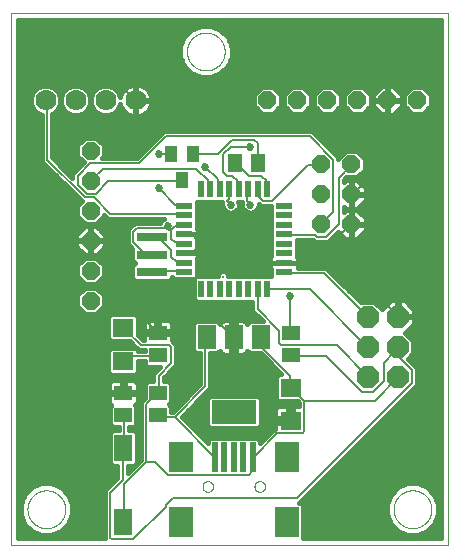
<source format=gtl>
G75*
%MOIN*%
%OFA0B0*%
%FSLAX25Y25*%
%IPPOS*%
%LPD*%
%AMOC8*
5,1,8,0,0,1.08239X$1,22.5*
%
%ADD10C,0.00000*%
%ADD11R,0.05906X0.05118*%
%ADD12R,0.07087X0.06299*%
%ADD13R,0.05900X0.07900*%
%ADD14R,0.15000X0.07900*%
%ADD15R,0.07098X0.06299*%
%ADD16R,0.10236X0.03150*%
%ADD17R,0.05118X0.05906*%
%ADD18R,0.06299X0.09055*%
%ADD19R,0.03937X0.05512*%
%ADD20R,0.05800X0.02000*%
%ADD21R,0.02000X0.05800*%
%ADD22R,0.01969X0.09843*%
%ADD23R,0.07874X0.09843*%
%ADD24OC8,0.06000*%
%ADD25C,0.07000*%
%ADD26OC8,0.07400*%
%ADD27C,0.00600*%
%ADD28C,0.02700*%
%ADD29C,0.01600*%
D10*
X0001800Y0005219D02*
X0001800Y0182384D01*
X0147469Y0182384D01*
X0147469Y0005219D01*
X0001800Y0005219D01*
X0007312Y0017030D02*
X0007314Y0017188D01*
X0007320Y0017346D01*
X0007330Y0017504D01*
X0007344Y0017662D01*
X0007362Y0017819D01*
X0007383Y0017976D01*
X0007409Y0018132D01*
X0007439Y0018288D01*
X0007472Y0018443D01*
X0007510Y0018596D01*
X0007551Y0018749D01*
X0007596Y0018901D01*
X0007645Y0019052D01*
X0007698Y0019201D01*
X0007754Y0019349D01*
X0007814Y0019495D01*
X0007878Y0019640D01*
X0007946Y0019783D01*
X0008017Y0019925D01*
X0008091Y0020065D01*
X0008169Y0020202D01*
X0008251Y0020338D01*
X0008335Y0020472D01*
X0008424Y0020603D01*
X0008515Y0020732D01*
X0008610Y0020859D01*
X0008707Y0020984D01*
X0008808Y0021106D01*
X0008912Y0021225D01*
X0009019Y0021342D01*
X0009129Y0021456D01*
X0009242Y0021567D01*
X0009357Y0021676D01*
X0009475Y0021781D01*
X0009596Y0021883D01*
X0009719Y0021983D01*
X0009845Y0022079D01*
X0009973Y0022172D01*
X0010103Y0022262D01*
X0010236Y0022348D01*
X0010371Y0022432D01*
X0010507Y0022511D01*
X0010646Y0022588D01*
X0010787Y0022660D01*
X0010929Y0022730D01*
X0011073Y0022795D01*
X0011219Y0022857D01*
X0011366Y0022915D01*
X0011515Y0022970D01*
X0011665Y0023021D01*
X0011816Y0023068D01*
X0011968Y0023111D01*
X0012121Y0023150D01*
X0012276Y0023186D01*
X0012431Y0023217D01*
X0012587Y0023245D01*
X0012743Y0023269D01*
X0012900Y0023289D01*
X0013058Y0023305D01*
X0013215Y0023317D01*
X0013374Y0023325D01*
X0013532Y0023329D01*
X0013690Y0023329D01*
X0013848Y0023325D01*
X0014007Y0023317D01*
X0014164Y0023305D01*
X0014322Y0023289D01*
X0014479Y0023269D01*
X0014635Y0023245D01*
X0014791Y0023217D01*
X0014946Y0023186D01*
X0015101Y0023150D01*
X0015254Y0023111D01*
X0015406Y0023068D01*
X0015557Y0023021D01*
X0015707Y0022970D01*
X0015856Y0022915D01*
X0016003Y0022857D01*
X0016149Y0022795D01*
X0016293Y0022730D01*
X0016435Y0022660D01*
X0016576Y0022588D01*
X0016715Y0022511D01*
X0016851Y0022432D01*
X0016986Y0022348D01*
X0017119Y0022262D01*
X0017249Y0022172D01*
X0017377Y0022079D01*
X0017503Y0021983D01*
X0017626Y0021883D01*
X0017747Y0021781D01*
X0017865Y0021676D01*
X0017980Y0021567D01*
X0018093Y0021456D01*
X0018203Y0021342D01*
X0018310Y0021225D01*
X0018414Y0021106D01*
X0018515Y0020984D01*
X0018612Y0020859D01*
X0018707Y0020732D01*
X0018798Y0020603D01*
X0018887Y0020472D01*
X0018971Y0020338D01*
X0019053Y0020202D01*
X0019131Y0020065D01*
X0019205Y0019925D01*
X0019276Y0019783D01*
X0019344Y0019640D01*
X0019408Y0019495D01*
X0019468Y0019349D01*
X0019524Y0019201D01*
X0019577Y0019052D01*
X0019626Y0018901D01*
X0019671Y0018749D01*
X0019712Y0018596D01*
X0019750Y0018443D01*
X0019783Y0018288D01*
X0019813Y0018132D01*
X0019839Y0017976D01*
X0019860Y0017819D01*
X0019878Y0017662D01*
X0019892Y0017504D01*
X0019902Y0017346D01*
X0019908Y0017188D01*
X0019910Y0017030D01*
X0019908Y0016872D01*
X0019902Y0016714D01*
X0019892Y0016556D01*
X0019878Y0016398D01*
X0019860Y0016241D01*
X0019839Y0016084D01*
X0019813Y0015928D01*
X0019783Y0015772D01*
X0019750Y0015617D01*
X0019712Y0015464D01*
X0019671Y0015311D01*
X0019626Y0015159D01*
X0019577Y0015008D01*
X0019524Y0014859D01*
X0019468Y0014711D01*
X0019408Y0014565D01*
X0019344Y0014420D01*
X0019276Y0014277D01*
X0019205Y0014135D01*
X0019131Y0013995D01*
X0019053Y0013858D01*
X0018971Y0013722D01*
X0018887Y0013588D01*
X0018798Y0013457D01*
X0018707Y0013328D01*
X0018612Y0013201D01*
X0018515Y0013076D01*
X0018414Y0012954D01*
X0018310Y0012835D01*
X0018203Y0012718D01*
X0018093Y0012604D01*
X0017980Y0012493D01*
X0017865Y0012384D01*
X0017747Y0012279D01*
X0017626Y0012177D01*
X0017503Y0012077D01*
X0017377Y0011981D01*
X0017249Y0011888D01*
X0017119Y0011798D01*
X0016986Y0011712D01*
X0016851Y0011628D01*
X0016715Y0011549D01*
X0016576Y0011472D01*
X0016435Y0011400D01*
X0016293Y0011330D01*
X0016149Y0011265D01*
X0016003Y0011203D01*
X0015856Y0011145D01*
X0015707Y0011090D01*
X0015557Y0011039D01*
X0015406Y0010992D01*
X0015254Y0010949D01*
X0015101Y0010910D01*
X0014946Y0010874D01*
X0014791Y0010843D01*
X0014635Y0010815D01*
X0014479Y0010791D01*
X0014322Y0010771D01*
X0014164Y0010755D01*
X0014007Y0010743D01*
X0013848Y0010735D01*
X0013690Y0010731D01*
X0013532Y0010731D01*
X0013374Y0010735D01*
X0013215Y0010743D01*
X0013058Y0010755D01*
X0012900Y0010771D01*
X0012743Y0010791D01*
X0012587Y0010815D01*
X0012431Y0010843D01*
X0012276Y0010874D01*
X0012121Y0010910D01*
X0011968Y0010949D01*
X0011816Y0010992D01*
X0011665Y0011039D01*
X0011515Y0011090D01*
X0011366Y0011145D01*
X0011219Y0011203D01*
X0011073Y0011265D01*
X0010929Y0011330D01*
X0010787Y0011400D01*
X0010646Y0011472D01*
X0010507Y0011549D01*
X0010371Y0011628D01*
X0010236Y0011712D01*
X0010103Y0011798D01*
X0009973Y0011888D01*
X0009845Y0011981D01*
X0009719Y0012077D01*
X0009596Y0012177D01*
X0009475Y0012279D01*
X0009357Y0012384D01*
X0009242Y0012493D01*
X0009129Y0012604D01*
X0009019Y0012718D01*
X0008912Y0012835D01*
X0008808Y0012954D01*
X0008707Y0013076D01*
X0008610Y0013201D01*
X0008515Y0013328D01*
X0008424Y0013457D01*
X0008335Y0013588D01*
X0008251Y0013722D01*
X0008169Y0013858D01*
X0008091Y0013995D01*
X0008017Y0014135D01*
X0007946Y0014277D01*
X0007878Y0014420D01*
X0007814Y0014565D01*
X0007754Y0014711D01*
X0007698Y0014859D01*
X0007645Y0015008D01*
X0007596Y0015159D01*
X0007551Y0015311D01*
X0007510Y0015464D01*
X0007472Y0015617D01*
X0007439Y0015772D01*
X0007409Y0015928D01*
X0007383Y0016084D01*
X0007362Y0016241D01*
X0007344Y0016398D01*
X0007330Y0016556D01*
X0007320Y0016714D01*
X0007314Y0016872D01*
X0007312Y0017030D01*
X0065658Y0024628D02*
X0065660Y0024712D01*
X0065666Y0024795D01*
X0065676Y0024878D01*
X0065690Y0024961D01*
X0065707Y0025043D01*
X0065729Y0025124D01*
X0065754Y0025203D01*
X0065783Y0025282D01*
X0065816Y0025359D01*
X0065852Y0025434D01*
X0065892Y0025508D01*
X0065935Y0025580D01*
X0065982Y0025649D01*
X0066032Y0025716D01*
X0066085Y0025781D01*
X0066141Y0025843D01*
X0066199Y0025903D01*
X0066261Y0025960D01*
X0066325Y0026013D01*
X0066392Y0026064D01*
X0066461Y0026111D01*
X0066532Y0026156D01*
X0066605Y0026196D01*
X0066680Y0026233D01*
X0066757Y0026267D01*
X0066835Y0026297D01*
X0066914Y0026323D01*
X0066995Y0026346D01*
X0067077Y0026364D01*
X0067159Y0026379D01*
X0067242Y0026390D01*
X0067325Y0026397D01*
X0067409Y0026400D01*
X0067493Y0026399D01*
X0067576Y0026394D01*
X0067660Y0026385D01*
X0067742Y0026372D01*
X0067824Y0026356D01*
X0067905Y0026335D01*
X0067986Y0026311D01*
X0068064Y0026283D01*
X0068142Y0026251D01*
X0068218Y0026215D01*
X0068292Y0026176D01*
X0068364Y0026134D01*
X0068434Y0026088D01*
X0068502Y0026039D01*
X0068567Y0025987D01*
X0068630Y0025932D01*
X0068690Y0025874D01*
X0068748Y0025813D01*
X0068802Y0025749D01*
X0068854Y0025683D01*
X0068902Y0025615D01*
X0068947Y0025544D01*
X0068988Y0025471D01*
X0069027Y0025397D01*
X0069061Y0025321D01*
X0069092Y0025243D01*
X0069119Y0025164D01*
X0069143Y0025083D01*
X0069162Y0025002D01*
X0069178Y0024920D01*
X0069190Y0024837D01*
X0069198Y0024753D01*
X0069202Y0024670D01*
X0069202Y0024586D01*
X0069198Y0024503D01*
X0069190Y0024419D01*
X0069178Y0024336D01*
X0069162Y0024254D01*
X0069143Y0024173D01*
X0069119Y0024092D01*
X0069092Y0024013D01*
X0069061Y0023935D01*
X0069027Y0023859D01*
X0068988Y0023785D01*
X0068947Y0023712D01*
X0068902Y0023641D01*
X0068854Y0023573D01*
X0068802Y0023507D01*
X0068748Y0023443D01*
X0068690Y0023382D01*
X0068630Y0023324D01*
X0068567Y0023269D01*
X0068502Y0023217D01*
X0068434Y0023168D01*
X0068364Y0023122D01*
X0068292Y0023080D01*
X0068218Y0023041D01*
X0068142Y0023005D01*
X0068064Y0022973D01*
X0067986Y0022945D01*
X0067905Y0022921D01*
X0067824Y0022900D01*
X0067742Y0022884D01*
X0067660Y0022871D01*
X0067576Y0022862D01*
X0067493Y0022857D01*
X0067409Y0022856D01*
X0067325Y0022859D01*
X0067242Y0022866D01*
X0067159Y0022877D01*
X0067077Y0022892D01*
X0066995Y0022910D01*
X0066914Y0022933D01*
X0066835Y0022959D01*
X0066757Y0022989D01*
X0066680Y0023023D01*
X0066605Y0023060D01*
X0066532Y0023100D01*
X0066461Y0023145D01*
X0066392Y0023192D01*
X0066325Y0023243D01*
X0066261Y0023296D01*
X0066199Y0023353D01*
X0066141Y0023413D01*
X0066085Y0023475D01*
X0066032Y0023540D01*
X0065982Y0023607D01*
X0065935Y0023676D01*
X0065892Y0023748D01*
X0065852Y0023822D01*
X0065816Y0023897D01*
X0065783Y0023974D01*
X0065754Y0024053D01*
X0065729Y0024132D01*
X0065707Y0024213D01*
X0065690Y0024295D01*
X0065676Y0024378D01*
X0065666Y0024461D01*
X0065660Y0024544D01*
X0065658Y0024628D01*
X0082981Y0024628D02*
X0082983Y0024712D01*
X0082989Y0024795D01*
X0082999Y0024878D01*
X0083013Y0024961D01*
X0083030Y0025043D01*
X0083052Y0025124D01*
X0083077Y0025203D01*
X0083106Y0025282D01*
X0083139Y0025359D01*
X0083175Y0025434D01*
X0083215Y0025508D01*
X0083258Y0025580D01*
X0083305Y0025649D01*
X0083355Y0025716D01*
X0083408Y0025781D01*
X0083464Y0025843D01*
X0083522Y0025903D01*
X0083584Y0025960D01*
X0083648Y0026013D01*
X0083715Y0026064D01*
X0083784Y0026111D01*
X0083855Y0026156D01*
X0083928Y0026196D01*
X0084003Y0026233D01*
X0084080Y0026267D01*
X0084158Y0026297D01*
X0084237Y0026323D01*
X0084318Y0026346D01*
X0084400Y0026364D01*
X0084482Y0026379D01*
X0084565Y0026390D01*
X0084648Y0026397D01*
X0084732Y0026400D01*
X0084816Y0026399D01*
X0084899Y0026394D01*
X0084983Y0026385D01*
X0085065Y0026372D01*
X0085147Y0026356D01*
X0085228Y0026335D01*
X0085309Y0026311D01*
X0085387Y0026283D01*
X0085465Y0026251D01*
X0085541Y0026215D01*
X0085615Y0026176D01*
X0085687Y0026134D01*
X0085757Y0026088D01*
X0085825Y0026039D01*
X0085890Y0025987D01*
X0085953Y0025932D01*
X0086013Y0025874D01*
X0086071Y0025813D01*
X0086125Y0025749D01*
X0086177Y0025683D01*
X0086225Y0025615D01*
X0086270Y0025544D01*
X0086311Y0025471D01*
X0086350Y0025397D01*
X0086384Y0025321D01*
X0086415Y0025243D01*
X0086442Y0025164D01*
X0086466Y0025083D01*
X0086485Y0025002D01*
X0086501Y0024920D01*
X0086513Y0024837D01*
X0086521Y0024753D01*
X0086525Y0024670D01*
X0086525Y0024586D01*
X0086521Y0024503D01*
X0086513Y0024419D01*
X0086501Y0024336D01*
X0086485Y0024254D01*
X0086466Y0024173D01*
X0086442Y0024092D01*
X0086415Y0024013D01*
X0086384Y0023935D01*
X0086350Y0023859D01*
X0086311Y0023785D01*
X0086270Y0023712D01*
X0086225Y0023641D01*
X0086177Y0023573D01*
X0086125Y0023507D01*
X0086071Y0023443D01*
X0086013Y0023382D01*
X0085953Y0023324D01*
X0085890Y0023269D01*
X0085825Y0023217D01*
X0085757Y0023168D01*
X0085687Y0023122D01*
X0085615Y0023080D01*
X0085541Y0023041D01*
X0085465Y0023005D01*
X0085387Y0022973D01*
X0085309Y0022945D01*
X0085228Y0022921D01*
X0085147Y0022900D01*
X0085065Y0022884D01*
X0084983Y0022871D01*
X0084899Y0022862D01*
X0084816Y0022857D01*
X0084732Y0022856D01*
X0084648Y0022859D01*
X0084565Y0022866D01*
X0084482Y0022877D01*
X0084400Y0022892D01*
X0084318Y0022910D01*
X0084237Y0022933D01*
X0084158Y0022959D01*
X0084080Y0022989D01*
X0084003Y0023023D01*
X0083928Y0023060D01*
X0083855Y0023100D01*
X0083784Y0023145D01*
X0083715Y0023192D01*
X0083648Y0023243D01*
X0083584Y0023296D01*
X0083522Y0023353D01*
X0083464Y0023413D01*
X0083408Y0023475D01*
X0083355Y0023540D01*
X0083305Y0023607D01*
X0083258Y0023676D01*
X0083215Y0023748D01*
X0083175Y0023822D01*
X0083139Y0023897D01*
X0083106Y0023974D01*
X0083077Y0024053D01*
X0083052Y0024132D01*
X0083030Y0024213D01*
X0083013Y0024295D01*
X0082999Y0024378D01*
X0082989Y0024461D01*
X0082983Y0024544D01*
X0082981Y0024628D01*
X0129359Y0017030D02*
X0129361Y0017188D01*
X0129367Y0017346D01*
X0129377Y0017504D01*
X0129391Y0017662D01*
X0129409Y0017819D01*
X0129430Y0017976D01*
X0129456Y0018132D01*
X0129486Y0018288D01*
X0129519Y0018443D01*
X0129557Y0018596D01*
X0129598Y0018749D01*
X0129643Y0018901D01*
X0129692Y0019052D01*
X0129745Y0019201D01*
X0129801Y0019349D01*
X0129861Y0019495D01*
X0129925Y0019640D01*
X0129993Y0019783D01*
X0130064Y0019925D01*
X0130138Y0020065D01*
X0130216Y0020202D01*
X0130298Y0020338D01*
X0130382Y0020472D01*
X0130471Y0020603D01*
X0130562Y0020732D01*
X0130657Y0020859D01*
X0130754Y0020984D01*
X0130855Y0021106D01*
X0130959Y0021225D01*
X0131066Y0021342D01*
X0131176Y0021456D01*
X0131289Y0021567D01*
X0131404Y0021676D01*
X0131522Y0021781D01*
X0131643Y0021883D01*
X0131766Y0021983D01*
X0131892Y0022079D01*
X0132020Y0022172D01*
X0132150Y0022262D01*
X0132283Y0022348D01*
X0132418Y0022432D01*
X0132554Y0022511D01*
X0132693Y0022588D01*
X0132834Y0022660D01*
X0132976Y0022730D01*
X0133120Y0022795D01*
X0133266Y0022857D01*
X0133413Y0022915D01*
X0133562Y0022970D01*
X0133712Y0023021D01*
X0133863Y0023068D01*
X0134015Y0023111D01*
X0134168Y0023150D01*
X0134323Y0023186D01*
X0134478Y0023217D01*
X0134634Y0023245D01*
X0134790Y0023269D01*
X0134947Y0023289D01*
X0135105Y0023305D01*
X0135262Y0023317D01*
X0135421Y0023325D01*
X0135579Y0023329D01*
X0135737Y0023329D01*
X0135895Y0023325D01*
X0136054Y0023317D01*
X0136211Y0023305D01*
X0136369Y0023289D01*
X0136526Y0023269D01*
X0136682Y0023245D01*
X0136838Y0023217D01*
X0136993Y0023186D01*
X0137148Y0023150D01*
X0137301Y0023111D01*
X0137453Y0023068D01*
X0137604Y0023021D01*
X0137754Y0022970D01*
X0137903Y0022915D01*
X0138050Y0022857D01*
X0138196Y0022795D01*
X0138340Y0022730D01*
X0138482Y0022660D01*
X0138623Y0022588D01*
X0138762Y0022511D01*
X0138898Y0022432D01*
X0139033Y0022348D01*
X0139166Y0022262D01*
X0139296Y0022172D01*
X0139424Y0022079D01*
X0139550Y0021983D01*
X0139673Y0021883D01*
X0139794Y0021781D01*
X0139912Y0021676D01*
X0140027Y0021567D01*
X0140140Y0021456D01*
X0140250Y0021342D01*
X0140357Y0021225D01*
X0140461Y0021106D01*
X0140562Y0020984D01*
X0140659Y0020859D01*
X0140754Y0020732D01*
X0140845Y0020603D01*
X0140934Y0020472D01*
X0141018Y0020338D01*
X0141100Y0020202D01*
X0141178Y0020065D01*
X0141252Y0019925D01*
X0141323Y0019783D01*
X0141391Y0019640D01*
X0141455Y0019495D01*
X0141515Y0019349D01*
X0141571Y0019201D01*
X0141624Y0019052D01*
X0141673Y0018901D01*
X0141718Y0018749D01*
X0141759Y0018596D01*
X0141797Y0018443D01*
X0141830Y0018288D01*
X0141860Y0018132D01*
X0141886Y0017976D01*
X0141907Y0017819D01*
X0141925Y0017662D01*
X0141939Y0017504D01*
X0141949Y0017346D01*
X0141955Y0017188D01*
X0141957Y0017030D01*
X0141955Y0016872D01*
X0141949Y0016714D01*
X0141939Y0016556D01*
X0141925Y0016398D01*
X0141907Y0016241D01*
X0141886Y0016084D01*
X0141860Y0015928D01*
X0141830Y0015772D01*
X0141797Y0015617D01*
X0141759Y0015464D01*
X0141718Y0015311D01*
X0141673Y0015159D01*
X0141624Y0015008D01*
X0141571Y0014859D01*
X0141515Y0014711D01*
X0141455Y0014565D01*
X0141391Y0014420D01*
X0141323Y0014277D01*
X0141252Y0014135D01*
X0141178Y0013995D01*
X0141100Y0013858D01*
X0141018Y0013722D01*
X0140934Y0013588D01*
X0140845Y0013457D01*
X0140754Y0013328D01*
X0140659Y0013201D01*
X0140562Y0013076D01*
X0140461Y0012954D01*
X0140357Y0012835D01*
X0140250Y0012718D01*
X0140140Y0012604D01*
X0140027Y0012493D01*
X0139912Y0012384D01*
X0139794Y0012279D01*
X0139673Y0012177D01*
X0139550Y0012077D01*
X0139424Y0011981D01*
X0139296Y0011888D01*
X0139166Y0011798D01*
X0139033Y0011712D01*
X0138898Y0011628D01*
X0138762Y0011549D01*
X0138623Y0011472D01*
X0138482Y0011400D01*
X0138340Y0011330D01*
X0138196Y0011265D01*
X0138050Y0011203D01*
X0137903Y0011145D01*
X0137754Y0011090D01*
X0137604Y0011039D01*
X0137453Y0010992D01*
X0137301Y0010949D01*
X0137148Y0010910D01*
X0136993Y0010874D01*
X0136838Y0010843D01*
X0136682Y0010815D01*
X0136526Y0010791D01*
X0136369Y0010771D01*
X0136211Y0010755D01*
X0136054Y0010743D01*
X0135895Y0010735D01*
X0135737Y0010731D01*
X0135579Y0010731D01*
X0135421Y0010735D01*
X0135262Y0010743D01*
X0135105Y0010755D01*
X0134947Y0010771D01*
X0134790Y0010791D01*
X0134634Y0010815D01*
X0134478Y0010843D01*
X0134323Y0010874D01*
X0134168Y0010910D01*
X0134015Y0010949D01*
X0133863Y0010992D01*
X0133712Y0011039D01*
X0133562Y0011090D01*
X0133413Y0011145D01*
X0133266Y0011203D01*
X0133120Y0011265D01*
X0132976Y0011330D01*
X0132834Y0011400D01*
X0132693Y0011472D01*
X0132554Y0011549D01*
X0132418Y0011628D01*
X0132283Y0011712D01*
X0132150Y0011798D01*
X0132020Y0011888D01*
X0131892Y0011981D01*
X0131766Y0012077D01*
X0131643Y0012177D01*
X0131522Y0012279D01*
X0131404Y0012384D01*
X0131289Y0012493D01*
X0131176Y0012604D01*
X0131066Y0012718D01*
X0130959Y0012835D01*
X0130855Y0012954D01*
X0130754Y0013076D01*
X0130657Y0013201D01*
X0130562Y0013328D01*
X0130471Y0013457D01*
X0130382Y0013588D01*
X0130298Y0013722D01*
X0130216Y0013858D01*
X0130138Y0013995D01*
X0130064Y0014135D01*
X0129993Y0014277D01*
X0129925Y0014420D01*
X0129861Y0014565D01*
X0129801Y0014711D01*
X0129745Y0014859D01*
X0129692Y0015008D01*
X0129643Y0015159D01*
X0129598Y0015311D01*
X0129557Y0015464D01*
X0129519Y0015617D01*
X0129486Y0015772D01*
X0129456Y0015928D01*
X0129430Y0016084D01*
X0129409Y0016241D01*
X0129391Y0016398D01*
X0129377Y0016556D01*
X0129367Y0016714D01*
X0129361Y0016872D01*
X0129359Y0017030D01*
X0060462Y0169589D02*
X0060464Y0169747D01*
X0060470Y0169905D01*
X0060480Y0170063D01*
X0060494Y0170221D01*
X0060512Y0170378D01*
X0060533Y0170535D01*
X0060559Y0170691D01*
X0060589Y0170847D01*
X0060622Y0171002D01*
X0060660Y0171155D01*
X0060701Y0171308D01*
X0060746Y0171460D01*
X0060795Y0171611D01*
X0060848Y0171760D01*
X0060904Y0171908D01*
X0060964Y0172054D01*
X0061028Y0172199D01*
X0061096Y0172342D01*
X0061167Y0172484D01*
X0061241Y0172624D01*
X0061319Y0172761D01*
X0061401Y0172897D01*
X0061485Y0173031D01*
X0061574Y0173162D01*
X0061665Y0173291D01*
X0061760Y0173418D01*
X0061857Y0173543D01*
X0061958Y0173665D01*
X0062062Y0173784D01*
X0062169Y0173901D01*
X0062279Y0174015D01*
X0062392Y0174126D01*
X0062507Y0174235D01*
X0062625Y0174340D01*
X0062746Y0174442D01*
X0062869Y0174542D01*
X0062995Y0174638D01*
X0063123Y0174731D01*
X0063253Y0174821D01*
X0063386Y0174907D01*
X0063521Y0174991D01*
X0063657Y0175070D01*
X0063796Y0175147D01*
X0063937Y0175219D01*
X0064079Y0175289D01*
X0064223Y0175354D01*
X0064369Y0175416D01*
X0064516Y0175474D01*
X0064665Y0175529D01*
X0064815Y0175580D01*
X0064966Y0175627D01*
X0065118Y0175670D01*
X0065271Y0175709D01*
X0065426Y0175745D01*
X0065581Y0175776D01*
X0065737Y0175804D01*
X0065893Y0175828D01*
X0066050Y0175848D01*
X0066208Y0175864D01*
X0066365Y0175876D01*
X0066524Y0175884D01*
X0066682Y0175888D01*
X0066840Y0175888D01*
X0066998Y0175884D01*
X0067157Y0175876D01*
X0067314Y0175864D01*
X0067472Y0175848D01*
X0067629Y0175828D01*
X0067785Y0175804D01*
X0067941Y0175776D01*
X0068096Y0175745D01*
X0068251Y0175709D01*
X0068404Y0175670D01*
X0068556Y0175627D01*
X0068707Y0175580D01*
X0068857Y0175529D01*
X0069006Y0175474D01*
X0069153Y0175416D01*
X0069299Y0175354D01*
X0069443Y0175289D01*
X0069585Y0175219D01*
X0069726Y0175147D01*
X0069865Y0175070D01*
X0070001Y0174991D01*
X0070136Y0174907D01*
X0070269Y0174821D01*
X0070399Y0174731D01*
X0070527Y0174638D01*
X0070653Y0174542D01*
X0070776Y0174442D01*
X0070897Y0174340D01*
X0071015Y0174235D01*
X0071130Y0174126D01*
X0071243Y0174015D01*
X0071353Y0173901D01*
X0071460Y0173784D01*
X0071564Y0173665D01*
X0071665Y0173543D01*
X0071762Y0173418D01*
X0071857Y0173291D01*
X0071948Y0173162D01*
X0072037Y0173031D01*
X0072121Y0172897D01*
X0072203Y0172761D01*
X0072281Y0172624D01*
X0072355Y0172484D01*
X0072426Y0172342D01*
X0072494Y0172199D01*
X0072558Y0172054D01*
X0072618Y0171908D01*
X0072674Y0171760D01*
X0072727Y0171611D01*
X0072776Y0171460D01*
X0072821Y0171308D01*
X0072862Y0171155D01*
X0072900Y0171002D01*
X0072933Y0170847D01*
X0072963Y0170691D01*
X0072989Y0170535D01*
X0073010Y0170378D01*
X0073028Y0170221D01*
X0073042Y0170063D01*
X0073052Y0169905D01*
X0073058Y0169747D01*
X0073060Y0169589D01*
X0073058Y0169431D01*
X0073052Y0169273D01*
X0073042Y0169115D01*
X0073028Y0168957D01*
X0073010Y0168800D01*
X0072989Y0168643D01*
X0072963Y0168487D01*
X0072933Y0168331D01*
X0072900Y0168176D01*
X0072862Y0168023D01*
X0072821Y0167870D01*
X0072776Y0167718D01*
X0072727Y0167567D01*
X0072674Y0167418D01*
X0072618Y0167270D01*
X0072558Y0167124D01*
X0072494Y0166979D01*
X0072426Y0166836D01*
X0072355Y0166694D01*
X0072281Y0166554D01*
X0072203Y0166417D01*
X0072121Y0166281D01*
X0072037Y0166147D01*
X0071948Y0166016D01*
X0071857Y0165887D01*
X0071762Y0165760D01*
X0071665Y0165635D01*
X0071564Y0165513D01*
X0071460Y0165394D01*
X0071353Y0165277D01*
X0071243Y0165163D01*
X0071130Y0165052D01*
X0071015Y0164943D01*
X0070897Y0164838D01*
X0070776Y0164736D01*
X0070653Y0164636D01*
X0070527Y0164540D01*
X0070399Y0164447D01*
X0070269Y0164357D01*
X0070136Y0164271D01*
X0070001Y0164187D01*
X0069865Y0164108D01*
X0069726Y0164031D01*
X0069585Y0163959D01*
X0069443Y0163889D01*
X0069299Y0163824D01*
X0069153Y0163762D01*
X0069006Y0163704D01*
X0068857Y0163649D01*
X0068707Y0163598D01*
X0068556Y0163551D01*
X0068404Y0163508D01*
X0068251Y0163469D01*
X0068096Y0163433D01*
X0067941Y0163402D01*
X0067785Y0163374D01*
X0067629Y0163350D01*
X0067472Y0163330D01*
X0067314Y0163314D01*
X0067157Y0163302D01*
X0066998Y0163294D01*
X0066840Y0163290D01*
X0066682Y0163290D01*
X0066524Y0163294D01*
X0066365Y0163302D01*
X0066208Y0163314D01*
X0066050Y0163330D01*
X0065893Y0163350D01*
X0065737Y0163374D01*
X0065581Y0163402D01*
X0065426Y0163433D01*
X0065271Y0163469D01*
X0065118Y0163508D01*
X0064966Y0163551D01*
X0064815Y0163598D01*
X0064665Y0163649D01*
X0064516Y0163704D01*
X0064369Y0163762D01*
X0064223Y0163824D01*
X0064079Y0163889D01*
X0063937Y0163959D01*
X0063796Y0164031D01*
X0063657Y0164108D01*
X0063521Y0164187D01*
X0063386Y0164271D01*
X0063253Y0164357D01*
X0063123Y0164447D01*
X0062995Y0164540D01*
X0062869Y0164636D01*
X0062746Y0164736D01*
X0062625Y0164838D01*
X0062507Y0164943D01*
X0062392Y0165052D01*
X0062279Y0165163D01*
X0062169Y0165277D01*
X0062062Y0165394D01*
X0061958Y0165513D01*
X0061857Y0165635D01*
X0061760Y0165760D01*
X0061665Y0165887D01*
X0061574Y0166016D01*
X0061485Y0166147D01*
X0061401Y0166281D01*
X0061319Y0166417D01*
X0061241Y0166554D01*
X0061167Y0166694D01*
X0061096Y0166836D01*
X0061028Y0166979D01*
X0060964Y0167124D01*
X0060904Y0167270D01*
X0060848Y0167418D01*
X0060795Y0167567D01*
X0060746Y0167718D01*
X0060701Y0167870D01*
X0060660Y0168023D01*
X0060622Y0168176D01*
X0060589Y0168331D01*
X0060559Y0168487D01*
X0060533Y0168643D01*
X0060512Y0168800D01*
X0060494Y0168957D01*
X0060480Y0169115D01*
X0060470Y0169273D01*
X0060464Y0169431D01*
X0060462Y0169589D01*
D11*
X0050776Y0075809D03*
X0050776Y0068329D03*
X0050776Y0055770D03*
X0050776Y0048290D03*
X0039241Y0048290D03*
X0039241Y0055770D03*
X0095068Y0068329D03*
X0095068Y0075809D03*
D12*
X0095068Y0057542D03*
X0095068Y0046518D03*
D13*
X0084991Y0074312D03*
X0075991Y0074312D03*
X0066991Y0074312D03*
D14*
X0076091Y0049512D03*
D15*
X0039241Y0066392D03*
X0039241Y0077589D03*
D16*
X0048808Y0096006D03*
X0048808Y0101912D03*
X0048808Y0107817D03*
D17*
X0076564Y0132542D03*
X0084044Y0132542D03*
D18*
X0039241Y0037463D03*
X0039241Y0012660D03*
D19*
X0058769Y0126676D03*
X0062509Y0135337D03*
X0055028Y0135337D03*
D20*
X0059391Y0118148D03*
X0059391Y0115048D03*
X0059391Y0111848D03*
X0059391Y0108748D03*
X0059391Y0105548D03*
X0059391Y0102448D03*
X0059391Y0099248D03*
X0059391Y0096148D03*
X0092791Y0096148D03*
X0092791Y0099248D03*
X0092791Y0102448D03*
X0092791Y0105548D03*
X0092791Y0108748D03*
X0092791Y0111848D03*
X0092791Y0115048D03*
X0092791Y0118148D03*
D21*
X0087091Y0123848D03*
X0083991Y0123848D03*
X0080791Y0123848D03*
X0077691Y0123848D03*
X0074491Y0123848D03*
X0071391Y0123848D03*
X0068191Y0123848D03*
X0065091Y0123848D03*
X0065091Y0090448D03*
X0068191Y0090448D03*
X0071391Y0090448D03*
X0074491Y0090448D03*
X0077691Y0090448D03*
X0080791Y0090448D03*
X0083991Y0090448D03*
X0087091Y0090448D03*
D22*
X0082391Y0034471D03*
X0079241Y0034471D03*
X0076091Y0034471D03*
X0072942Y0034471D03*
X0069792Y0034471D03*
D23*
X0058375Y0034471D03*
X0058375Y0012817D03*
X0093808Y0012817D03*
X0093808Y0034471D03*
D24*
X0105265Y0112030D03*
X0105265Y0122030D03*
X0105265Y0132030D03*
X0115265Y0132030D03*
X0115265Y0122030D03*
X0115265Y0112030D03*
X0117312Y0153290D03*
X0127312Y0153290D03*
X0137312Y0153290D03*
X0107312Y0153290D03*
X0097312Y0153290D03*
X0087312Y0153290D03*
X0028375Y0136518D03*
X0028375Y0126518D03*
X0028375Y0116518D03*
X0028375Y0106518D03*
X0028375Y0096518D03*
X0028375Y0086518D03*
D25*
X0033375Y0153290D03*
X0043375Y0153290D03*
X0023375Y0153290D03*
X0013375Y0153290D03*
D26*
X0120816Y0081164D03*
X0120816Y0071164D03*
X0120816Y0061164D03*
X0130816Y0061164D03*
X0130816Y0071164D03*
X0130816Y0081164D03*
D27*
X0130800Y0081419D01*
X0108000Y0104219D01*
X0107400Y0104219D01*
X0102600Y0099419D01*
X0093000Y0099419D01*
X0092791Y0099248D01*
X0092791Y0096148D02*
X0093000Y0095819D01*
X0106200Y0095819D01*
X0120600Y0081419D01*
X0120816Y0081164D01*
X0120600Y0071219D02*
X0120816Y0071164D01*
X0120600Y0071219D02*
X0101400Y0090419D01*
X0087600Y0090419D01*
X0087091Y0090448D01*
X0084000Y0090419D02*
X0083991Y0090448D01*
X0084000Y0090419D02*
X0084000Y0083819D01*
X0091200Y0076619D01*
X0091200Y0072419D01*
X0091800Y0071819D01*
X0110400Y0071819D01*
X0120600Y0061619D01*
X0120816Y0061164D01*
X0122400Y0056219D02*
X0118800Y0056219D01*
X0106800Y0068219D01*
X0095400Y0068219D01*
X0095068Y0068329D01*
X0094800Y0061619D02*
X0085200Y0071219D01*
X0085200Y0074219D01*
X0084991Y0074312D01*
X0076200Y0074219D02*
X0076200Y0068219D01*
X0094800Y0049619D01*
X0094800Y0046619D01*
X0095068Y0046518D01*
X0099000Y0042419D02*
X0090600Y0042419D01*
X0082800Y0034619D01*
X0082391Y0034471D01*
X0082200Y0034019D01*
X0082200Y0029819D01*
X0081000Y0028619D01*
X0054000Y0028619D01*
X0049800Y0032819D01*
X0046800Y0032819D01*
X0046800Y0052019D01*
X0050400Y0055619D01*
X0050776Y0055770D01*
X0051000Y0056219D01*
X0051000Y0061619D01*
X0055200Y0065819D01*
X0055200Y0071219D01*
X0054600Y0071819D01*
X0045000Y0071819D01*
X0039600Y0077219D01*
X0039241Y0077589D01*
X0035400Y0082019D02*
X0035400Y0095219D01*
X0028800Y0101819D01*
X0028800Y0106019D01*
X0028375Y0106518D01*
X0028200Y0106619D01*
X0028200Y0110819D01*
X0008400Y0130619D01*
X0008400Y0154619D01*
X0012000Y0158219D01*
X0038400Y0158219D01*
X0043200Y0153419D01*
X0043375Y0153290D01*
X0043800Y0152819D01*
X0082200Y0152819D01*
X0085800Y0149219D01*
X0127200Y0149219D01*
X0127200Y0152819D01*
X0127312Y0153290D01*
X0127200Y0149219D02*
X0127200Y0133619D01*
X0115800Y0122219D01*
X0115265Y0122030D01*
X0115800Y0121619D01*
X0115800Y0112619D01*
X0115265Y0112030D01*
X0115200Y0112019D01*
X0107400Y0104219D01*
X0106800Y0107819D02*
X0103800Y0107819D01*
X0103200Y0108419D01*
X0093000Y0108419D01*
X0092791Y0108748D01*
X0088800Y0119819D02*
X0085800Y0119819D01*
X0084000Y0121619D01*
X0084000Y0123419D01*
X0083991Y0123848D01*
X0087000Y0124019D02*
X0087091Y0123848D01*
X0087000Y0124019D02*
X0087000Y0126419D01*
X0085200Y0128219D01*
X0081000Y0128219D01*
X0076800Y0132419D01*
X0076564Y0132542D01*
X0075600Y0128219D02*
X0073800Y0128219D01*
X0072600Y0129419D01*
X0072600Y0135419D01*
X0075000Y0137819D01*
X0081600Y0137819D01*
X0084000Y0139019D02*
X0082800Y0140219D01*
X0075600Y0140219D01*
X0070800Y0135419D01*
X0063000Y0135419D01*
X0062509Y0135337D01*
X0063600Y0130619D02*
X0032400Y0130619D01*
X0028800Y0127019D01*
X0028375Y0126518D01*
X0027000Y0122219D02*
X0024000Y0125219D01*
X0024000Y0128219D01*
X0028200Y0132419D01*
X0044400Y0132419D01*
X0053400Y0141419D01*
X0101400Y0141419D01*
X0109200Y0133619D01*
X0109200Y0116219D01*
X0105600Y0112619D01*
X0105265Y0112030D01*
X0106800Y0107819D02*
X0111000Y0112019D01*
X0111000Y0127619D01*
X0115200Y0131819D01*
X0115265Y0132030D01*
X0105265Y0132030D02*
X0105000Y0131819D01*
X0100800Y0131819D01*
X0088800Y0119819D01*
X0081600Y0118619D02*
X0080400Y0119819D01*
X0080400Y0123419D01*
X0080791Y0123848D01*
X0077691Y0123848D02*
X0077400Y0124019D01*
X0077400Y0126419D01*
X0075600Y0128219D01*
X0074491Y0123848D02*
X0074400Y0123419D01*
X0074400Y0120419D01*
X0073800Y0119819D01*
X0075000Y0118619D01*
X0071391Y0123848D02*
X0070800Y0124019D01*
X0070800Y0127019D01*
X0066600Y0131219D01*
X0063600Y0130619D02*
X0067800Y0126419D01*
X0067800Y0124019D01*
X0068191Y0123848D01*
X0058769Y0126676D02*
X0058200Y0126419D01*
X0034200Y0126419D01*
X0030000Y0122219D01*
X0027000Y0122219D01*
X0026400Y0121019D02*
X0013800Y0133619D01*
X0013800Y0152819D01*
X0013375Y0153290D01*
X0026400Y0121019D02*
X0029400Y0121019D01*
X0034800Y0115619D01*
X0058800Y0115619D01*
X0059391Y0115048D01*
X0059391Y0118148D02*
X0058800Y0118619D01*
X0056400Y0118619D01*
X0051000Y0124019D01*
X0051000Y0135419D02*
X0054600Y0135419D01*
X0055028Y0135337D01*
X0059391Y0111848D02*
X0058800Y0111419D01*
X0056400Y0111419D01*
X0055200Y0110219D01*
X0054600Y0110219D01*
X0054000Y0110819D01*
X0054000Y0111419D01*
X0054000Y0110819D02*
X0043800Y0110819D01*
X0042600Y0109619D01*
X0042600Y0106019D01*
X0046200Y0102419D01*
X0048600Y0102419D01*
X0048808Y0101912D01*
X0049200Y0107219D02*
X0048808Y0107817D01*
X0049200Y0107219D02*
X0051600Y0107219D01*
X0055200Y0103619D01*
X0055200Y0101219D01*
X0057000Y0099419D01*
X0058800Y0099419D01*
X0059391Y0099248D01*
X0058800Y0096419D02*
X0059391Y0096148D01*
X0058800Y0096419D02*
X0049200Y0096419D01*
X0048808Y0096006D01*
X0056400Y0106019D02*
X0055200Y0107219D01*
X0055200Y0110219D01*
X0056400Y0106019D02*
X0058800Y0106019D01*
X0059391Y0105548D01*
X0059400Y0108419D02*
X0059391Y0108748D01*
X0059400Y0108419D02*
X0062400Y0108419D01*
X0063600Y0107219D01*
X0063600Y0104219D01*
X0063000Y0103619D01*
X0065400Y0101219D01*
X0065400Y0096419D01*
X0059400Y0090419D01*
X0063600Y0086219D01*
X0064200Y0086219D01*
X0075600Y0074819D01*
X0075991Y0074312D01*
X0076200Y0074219D01*
X0066991Y0074312D02*
X0066600Y0074219D01*
X0066600Y0058019D01*
X0056400Y0047819D01*
X0069600Y0034619D01*
X0069792Y0034471D01*
X0056400Y0047819D02*
X0051000Y0047819D01*
X0050776Y0048290D01*
X0039600Y0047819D02*
X0039600Y0037619D01*
X0039241Y0037463D01*
X0039000Y0037019D01*
X0039000Y0026819D01*
X0034800Y0022619D01*
X0034800Y0007619D01*
X0035400Y0007019D01*
X0042600Y0007019D01*
X0053400Y0017819D01*
X0053400Y0018419D01*
X0055800Y0020819D01*
X0097200Y0020819D01*
X0135600Y0059219D01*
X0135600Y0063419D01*
X0129600Y0069419D01*
X0130816Y0071164D01*
X0130800Y0070619D01*
X0129600Y0069419D01*
X0126000Y0065819D01*
X0126000Y0059819D01*
X0122400Y0056219D01*
X0123000Y0053219D02*
X0130800Y0061019D01*
X0130816Y0061164D01*
X0123000Y0053219D02*
X0099600Y0053219D01*
X0095400Y0057419D01*
X0095068Y0057542D01*
X0094800Y0058019D01*
X0094800Y0061619D01*
X0099600Y0053219D02*
X0099600Y0043019D01*
X0099000Y0042419D01*
X0095068Y0075809D02*
X0094800Y0076019D01*
X0094800Y0088019D01*
X0072600Y0094619D02*
X0072600Y0094748D01*
X0063000Y0103619D02*
X0062400Y0103019D01*
X0059400Y0103019D01*
X0059391Y0102448D01*
X0059400Y0090419D02*
X0048000Y0079019D01*
X0047400Y0079019D01*
X0044400Y0082019D01*
X0035400Y0082019D01*
X0034200Y0080819D01*
X0034200Y0063419D01*
X0039000Y0058619D01*
X0039000Y0056219D01*
X0039241Y0055770D01*
X0039241Y0048290D02*
X0039600Y0047819D01*
X0046800Y0032819D02*
X0039600Y0025619D01*
X0039600Y0013019D01*
X0039241Y0012660D01*
X0039241Y0066392D02*
X0039600Y0066419D01*
X0041400Y0068219D01*
X0050400Y0068219D01*
X0050776Y0068329D01*
X0050776Y0075809D02*
X0050400Y0076019D01*
X0047400Y0079019D01*
X0084044Y0132542D02*
X0084000Y0133019D01*
X0084000Y0139019D01*
D28*
X0081600Y0137819D03*
X0066600Y0131219D03*
X0075000Y0118619D03*
X0081600Y0118619D03*
X0094800Y0088019D03*
X0054000Y0111419D03*
X0051000Y0124019D03*
X0051000Y0135419D03*
D29*
X0049071Y0139494D02*
X0031622Y0139494D01*
X0032775Y0138341D02*
X0030197Y0140918D01*
X0026552Y0140918D01*
X0023975Y0138341D01*
X0023975Y0134696D01*
X0026024Y0132647D01*
X0022300Y0128923D01*
X0022300Y0127523D01*
X0015500Y0134323D01*
X0015500Y0148866D01*
X0016150Y0149136D01*
X0017529Y0150514D01*
X0018275Y0152315D01*
X0018275Y0154264D01*
X0017529Y0156065D01*
X0016150Y0157444D01*
X0014349Y0158190D01*
X0012400Y0158190D01*
X0010599Y0157444D01*
X0009221Y0156065D01*
X0008475Y0154264D01*
X0008475Y0152315D01*
X0009221Y0150514D01*
X0010599Y0149136D01*
X0012100Y0148514D01*
X0012100Y0132915D01*
X0013096Y0131919D01*
X0025324Y0119690D01*
X0023975Y0118341D01*
X0023975Y0114696D01*
X0026552Y0112118D01*
X0030197Y0112118D01*
X0032775Y0114696D01*
X0032775Y0115240D01*
X0034096Y0113919D01*
X0052849Y0113919D01*
X0052442Y0113750D01*
X0051669Y0112977D01*
X0051479Y0112519D01*
X0043096Y0112519D01*
X0041896Y0111319D01*
X0040900Y0110323D01*
X0040900Y0105315D01*
X0042290Y0103925D01*
X0042290Y0099757D01*
X0043088Y0098959D01*
X0042290Y0098161D01*
X0042290Y0093852D01*
X0043110Y0093031D01*
X0054506Y0093031D01*
X0055326Y0093852D01*
X0055326Y0094334D01*
X0055911Y0093748D01*
X0062691Y0093748D01*
X0062691Y0086968D01*
X0063511Y0086148D01*
X0069771Y0086148D01*
X0069791Y0086168D01*
X0069811Y0086148D01*
X0076071Y0086148D01*
X0076091Y0086168D01*
X0076111Y0086148D01*
X0082300Y0086148D01*
X0082300Y0083115D01*
X0085753Y0079662D01*
X0081461Y0079662D01*
X0080648Y0078848D01*
X0080619Y0078957D01*
X0080382Y0079367D01*
X0080047Y0079702D01*
X0079636Y0079939D01*
X0079178Y0080062D01*
X0076666Y0080062D01*
X0076666Y0074987D01*
X0075316Y0074987D01*
X0075316Y0080062D01*
X0072804Y0080062D01*
X0072347Y0079939D01*
X0071936Y0079702D01*
X0071601Y0079367D01*
X0071364Y0078957D01*
X0071335Y0078848D01*
X0070521Y0079662D01*
X0063461Y0079662D01*
X0062641Y0078842D01*
X0062641Y0069782D01*
X0063461Y0068962D01*
X0064900Y0068962D01*
X0064900Y0058723D01*
X0055696Y0049519D01*
X0055129Y0049519D01*
X0055129Y0051429D01*
X0054528Y0052030D01*
X0055129Y0052631D01*
X0055129Y0058909D01*
X0054309Y0059729D01*
X0052700Y0059729D01*
X0052700Y0060915D01*
X0055904Y0064119D01*
X0056900Y0065115D01*
X0056900Y0071923D01*
X0056300Y0072523D01*
X0055529Y0073294D01*
X0055529Y0075330D01*
X0051256Y0075330D01*
X0051256Y0076289D01*
X0055529Y0076289D01*
X0055529Y0078605D01*
X0055406Y0079063D01*
X0055169Y0079474D01*
X0054834Y0079809D01*
X0054424Y0080046D01*
X0053966Y0080168D01*
X0051256Y0080168D01*
X0051256Y0076289D01*
X0050297Y0076289D01*
X0050297Y0080168D01*
X0047587Y0080168D01*
X0047129Y0080046D01*
X0046718Y0079809D01*
X0046383Y0079474D01*
X0046146Y0079063D01*
X0046024Y0078605D01*
X0046024Y0076289D01*
X0050297Y0076289D01*
X0050297Y0075330D01*
X0046024Y0075330D01*
X0046024Y0073519D01*
X0045704Y0073519D01*
X0044190Y0075033D01*
X0044190Y0081318D01*
X0043370Y0082139D01*
X0035112Y0082139D01*
X0034292Y0081318D01*
X0034292Y0073859D01*
X0035112Y0073039D01*
X0041375Y0073039D01*
X0043300Y0071115D01*
X0043300Y0071115D01*
X0044296Y0070119D01*
X0046424Y0070119D01*
X0046424Y0069919D01*
X0044190Y0069919D01*
X0044190Y0070122D01*
X0043370Y0070942D01*
X0035112Y0070942D01*
X0034292Y0070122D01*
X0034292Y0062663D01*
X0035112Y0061843D01*
X0043370Y0061843D01*
X0044190Y0062663D01*
X0044190Y0066519D01*
X0046424Y0066519D01*
X0046424Y0065190D01*
X0047244Y0064370D01*
X0051347Y0064370D01*
X0049300Y0062323D01*
X0049300Y0059729D01*
X0047244Y0059729D01*
X0046424Y0058909D01*
X0046424Y0054047D01*
X0045100Y0052723D01*
X0045100Y0033523D01*
X0040700Y0029123D01*
X0040700Y0031535D01*
X0042970Y0031535D01*
X0043791Y0032356D01*
X0043791Y0042570D01*
X0042970Y0043391D01*
X0041300Y0043391D01*
X0041300Y0044331D01*
X0042774Y0044331D01*
X0043594Y0045151D01*
X0043594Y0051429D01*
X0043269Y0051753D01*
X0043299Y0051771D01*
X0043634Y0052106D01*
X0043871Y0052516D01*
X0043994Y0052974D01*
X0043994Y0055291D01*
X0039721Y0055291D01*
X0039721Y0056250D01*
X0043994Y0056250D01*
X0043994Y0058566D01*
X0043871Y0059024D01*
X0043634Y0059434D01*
X0043299Y0059769D01*
X0042888Y0060006D01*
X0042431Y0060129D01*
X0039720Y0060129D01*
X0039720Y0056250D01*
X0038761Y0056250D01*
X0038761Y0055291D01*
X0034488Y0055291D01*
X0034488Y0052974D01*
X0034611Y0052516D01*
X0034848Y0052106D01*
X0035183Y0051771D01*
X0035213Y0051753D01*
X0034888Y0051429D01*
X0034888Y0045151D01*
X0035708Y0044331D01*
X0037900Y0044331D01*
X0037900Y0043391D01*
X0035511Y0043391D01*
X0034691Y0042570D01*
X0034691Y0032356D01*
X0035511Y0031535D01*
X0037300Y0031535D01*
X0037300Y0027523D01*
X0034096Y0024319D01*
X0033100Y0023323D01*
X0033100Y0007519D01*
X0004100Y0007519D01*
X0004100Y0180084D01*
X0145169Y0180084D01*
X0145169Y0007519D01*
X0099145Y0007519D01*
X0099145Y0018318D01*
X0098325Y0019139D01*
X0097924Y0019139D01*
X0136304Y0057519D01*
X0137300Y0058515D01*
X0137300Y0064123D01*
X0134144Y0067279D01*
X0135916Y0069051D01*
X0135916Y0073276D01*
X0133311Y0075881D01*
X0136316Y0078886D01*
X0136316Y0080964D01*
X0131016Y0080964D01*
X0131016Y0081364D01*
X0136316Y0081364D01*
X0136316Y0083442D01*
X0133094Y0086664D01*
X0131016Y0086664D01*
X0131016Y0081364D01*
X0130616Y0081364D01*
X0130616Y0086664D01*
X0128538Y0086664D01*
X0125533Y0083659D01*
X0122928Y0086264D01*
X0118703Y0086264D01*
X0118431Y0085992D01*
X0106904Y0097519D01*
X0097349Y0097519D01*
X0097369Y0097553D01*
X0097491Y0098011D01*
X0097491Y0099248D01*
X0097491Y0100485D01*
X0097369Y0100943D01*
X0097132Y0101353D01*
X0097091Y0101394D01*
X0097091Y0106719D01*
X0102496Y0106719D01*
X0103096Y0106119D01*
X0107504Y0106119D01*
X0110946Y0109561D01*
X0113276Y0107230D01*
X0115065Y0107230D01*
X0115065Y0111830D01*
X0115465Y0111830D01*
X0115465Y0112230D01*
X0120065Y0112230D01*
X0120065Y0114018D01*
X0117253Y0116830D01*
X0115465Y0116830D01*
X0115465Y0112230D01*
X0115065Y0112230D01*
X0115065Y0116830D01*
X0113276Y0116830D01*
X0112700Y0116254D01*
X0112700Y0117806D01*
X0113276Y0117230D01*
X0115065Y0117230D01*
X0115065Y0121830D01*
X0115465Y0121830D01*
X0115465Y0122230D01*
X0120065Y0122230D01*
X0120065Y0124018D01*
X0117253Y0126830D01*
X0115465Y0126830D01*
X0115465Y0122230D01*
X0115065Y0122230D01*
X0115065Y0126830D01*
X0113276Y0126830D01*
X0112700Y0126254D01*
X0112700Y0126915D01*
X0113429Y0127643D01*
X0113442Y0127630D01*
X0117087Y0127630D01*
X0119665Y0130207D01*
X0119665Y0133852D01*
X0117087Y0136430D01*
X0113442Y0136430D01*
X0110900Y0133888D01*
X0110900Y0134323D01*
X0109904Y0135319D01*
X0102104Y0143119D01*
X0052696Y0143119D01*
X0051700Y0142123D01*
X0043696Y0134119D01*
X0032198Y0134119D01*
X0032775Y0134696D01*
X0032775Y0138341D01*
X0032775Y0137895D02*
X0047472Y0137895D01*
X0045874Y0136297D02*
X0032775Y0136297D01*
X0032775Y0134698D02*
X0044275Y0134698D01*
X0050669Y0141092D02*
X0015500Y0141092D01*
X0015500Y0139494D02*
X0025128Y0139494D01*
X0023975Y0137895D02*
X0015500Y0137895D01*
X0015500Y0136297D02*
X0023975Y0136297D01*
X0023975Y0134698D02*
X0015500Y0134698D01*
X0016723Y0133100D02*
X0025571Y0133100D01*
X0024878Y0131501D02*
X0018322Y0131501D01*
X0019920Y0129903D02*
X0023280Y0129903D01*
X0022300Y0128304D02*
X0021519Y0128304D01*
X0019907Y0125107D02*
X0004100Y0125107D01*
X0004100Y0123509D02*
X0021506Y0123509D01*
X0023105Y0121910D02*
X0004100Y0121910D01*
X0004100Y0120312D02*
X0024703Y0120312D01*
X0024347Y0118713D02*
X0004100Y0118713D01*
X0004100Y0117115D02*
X0023975Y0117115D01*
X0023975Y0115516D02*
X0004100Y0115516D01*
X0004100Y0113918D02*
X0024753Y0113918D01*
X0026351Y0112319D02*
X0004100Y0112319D01*
X0004100Y0110721D02*
X0025789Y0110721D01*
X0026387Y0111318D02*
X0023575Y0108506D01*
X0023575Y0106718D01*
X0028175Y0106718D01*
X0028175Y0111318D01*
X0026387Y0111318D01*
X0028175Y0110721D02*
X0028575Y0110721D01*
X0028575Y0111318D02*
X0030363Y0111318D01*
X0033175Y0108506D01*
X0033175Y0106718D01*
X0028575Y0106718D01*
X0028575Y0106318D01*
X0033175Y0106318D01*
X0033175Y0104530D01*
X0030363Y0101718D01*
X0028575Y0101718D01*
X0028575Y0106318D01*
X0028175Y0106318D01*
X0028175Y0101718D01*
X0026387Y0101718D01*
X0023575Y0104530D01*
X0023575Y0106318D01*
X0028175Y0106318D01*
X0028175Y0106718D01*
X0028575Y0106718D01*
X0028575Y0111318D01*
X0030398Y0112319D02*
X0042896Y0112319D01*
X0041298Y0110721D02*
X0030960Y0110721D01*
X0032559Y0109122D02*
X0040900Y0109122D01*
X0040900Y0107524D02*
X0033175Y0107524D01*
X0033175Y0105925D02*
X0040900Y0105925D01*
X0041888Y0104327D02*
X0032972Y0104327D01*
X0031373Y0102728D02*
X0042290Y0102728D01*
X0042290Y0101130D02*
X0004100Y0101130D01*
X0004100Y0102728D02*
X0025377Y0102728D01*
X0026552Y0100918D02*
X0023975Y0098341D01*
X0023975Y0094696D01*
X0026552Y0092118D01*
X0030197Y0092118D01*
X0032775Y0094696D01*
X0032775Y0098341D01*
X0030197Y0100918D01*
X0026552Y0100918D01*
X0025165Y0099531D02*
X0004100Y0099531D01*
X0004100Y0097933D02*
X0023975Y0097933D01*
X0023975Y0096334D02*
X0004100Y0096334D01*
X0004100Y0094736D02*
X0023975Y0094736D01*
X0025533Y0093137D02*
X0004100Y0093137D01*
X0004100Y0091539D02*
X0062691Y0091539D01*
X0062691Y0093137D02*
X0054611Y0093137D01*
X0062691Y0089940D02*
X0031175Y0089940D01*
X0030197Y0090918D02*
X0026552Y0090918D01*
X0023975Y0088341D01*
X0023975Y0084696D01*
X0026552Y0082118D01*
X0030197Y0082118D01*
X0032775Y0084696D01*
X0032775Y0088341D01*
X0030197Y0090918D01*
X0031216Y0093137D02*
X0043004Y0093137D01*
X0042290Y0094736D02*
X0032775Y0094736D01*
X0032775Y0096334D02*
X0042290Y0096334D01*
X0042290Y0097933D02*
X0032775Y0097933D01*
X0031584Y0099531D02*
X0042516Y0099531D01*
X0032774Y0088341D02*
X0062691Y0088341D01*
X0062916Y0086743D02*
X0032775Y0086743D01*
X0032775Y0085144D02*
X0082300Y0085144D01*
X0082300Y0083546D02*
X0031625Y0083546D01*
X0034921Y0081947D02*
X0004100Y0081947D01*
X0004100Y0080349D02*
X0034292Y0080349D01*
X0034292Y0078750D02*
X0004100Y0078750D01*
X0004100Y0077152D02*
X0034292Y0077152D01*
X0034292Y0075553D02*
X0004100Y0075553D01*
X0004100Y0073955D02*
X0034292Y0073955D01*
X0034928Y0070758D02*
X0004100Y0070758D01*
X0004100Y0072356D02*
X0042058Y0072356D01*
X0043554Y0070758D02*
X0043657Y0070758D01*
X0045268Y0073955D02*
X0046024Y0073955D01*
X0044190Y0075553D02*
X0050297Y0075553D01*
X0051256Y0075553D02*
X0062641Y0075553D01*
X0062641Y0073955D02*
X0055529Y0073955D01*
X0056467Y0072356D02*
X0062641Y0072356D01*
X0062641Y0070758D02*
X0056900Y0070758D01*
X0056900Y0069159D02*
X0063264Y0069159D01*
X0064900Y0067561D02*
X0056900Y0067561D01*
X0056900Y0065962D02*
X0064900Y0065962D01*
X0064900Y0064364D02*
X0056149Y0064364D01*
X0054551Y0062765D02*
X0064900Y0062765D01*
X0064900Y0061167D02*
X0052952Y0061167D01*
X0054470Y0059568D02*
X0064900Y0059568D01*
X0064147Y0057970D02*
X0055129Y0057970D01*
X0055129Y0056371D02*
X0062548Y0056371D01*
X0060950Y0054773D02*
X0055129Y0054773D01*
X0055129Y0053174D02*
X0059351Y0053174D01*
X0057753Y0051576D02*
X0054982Y0051576D01*
X0055129Y0049977D02*
X0056154Y0049977D01*
X0058804Y0047819D02*
X0068300Y0057315D01*
X0068300Y0058723D01*
X0068300Y0068962D01*
X0070521Y0068962D01*
X0071335Y0069776D01*
X0071364Y0069667D01*
X0071601Y0069257D01*
X0071936Y0068921D01*
X0072347Y0068684D01*
X0072804Y0068562D01*
X0075316Y0068562D01*
X0075316Y0073637D01*
X0076666Y0073637D01*
X0076666Y0068562D01*
X0079178Y0068562D01*
X0079636Y0068684D01*
X0080047Y0068921D01*
X0080382Y0069257D01*
X0080619Y0069667D01*
X0080648Y0069776D01*
X0081461Y0068962D01*
X0085053Y0068962D01*
X0091923Y0062091D01*
X0090945Y0062091D01*
X0090124Y0061271D01*
X0090124Y0053812D01*
X0090945Y0052992D01*
X0097423Y0052992D01*
X0097900Y0052515D01*
X0097900Y0051468D01*
X0095843Y0051468D01*
X0095843Y0047293D01*
X0094293Y0047293D01*
X0094293Y0051468D01*
X0091287Y0051468D01*
X0090830Y0051345D01*
X0090419Y0051108D01*
X0090084Y0050773D01*
X0089847Y0050362D01*
X0089724Y0049905D01*
X0089724Y0047293D01*
X0094293Y0047293D01*
X0094293Y0045743D01*
X0089724Y0045743D01*
X0089724Y0043947D01*
X0088900Y0043123D01*
X0084775Y0038998D01*
X0084775Y0039972D01*
X0083955Y0040792D01*
X0080826Y0040792D01*
X0080816Y0040781D01*
X0080805Y0040792D01*
X0077677Y0040792D01*
X0077666Y0040781D01*
X0077655Y0040792D01*
X0074527Y0040792D01*
X0074517Y0040781D01*
X0074506Y0040792D01*
X0071378Y0040792D01*
X0071367Y0040781D01*
X0071356Y0040792D01*
X0068228Y0040792D01*
X0067408Y0039972D01*
X0067408Y0039215D01*
X0058804Y0047819D01*
X0059364Y0048379D02*
X0067191Y0048379D01*
X0067191Y0049977D02*
X0060962Y0049977D01*
X0062561Y0051576D02*
X0067191Y0051576D01*
X0067191Y0053174D02*
X0064159Y0053174D01*
X0065758Y0054773D02*
X0067922Y0054773D01*
X0068011Y0054862D02*
X0067191Y0054042D01*
X0067191Y0044982D01*
X0068011Y0044162D01*
X0084171Y0044162D01*
X0084991Y0044982D01*
X0084991Y0054042D01*
X0084171Y0054862D01*
X0068011Y0054862D01*
X0067357Y0056371D02*
X0090124Y0056371D01*
X0090124Y0054773D02*
X0084260Y0054773D01*
X0084991Y0053174D02*
X0090762Y0053174D01*
X0089744Y0049977D02*
X0084991Y0049977D01*
X0084991Y0048379D02*
X0089724Y0048379D01*
X0089724Y0045182D02*
X0084991Y0045182D01*
X0084991Y0046780D02*
X0094293Y0046780D01*
X0094293Y0048379D02*
X0095843Y0048379D01*
X0095843Y0049977D02*
X0094293Y0049977D01*
X0097900Y0051576D02*
X0084991Y0051576D01*
X0090124Y0057970D02*
X0068300Y0057970D01*
X0068300Y0059568D02*
X0090124Y0059568D01*
X0090124Y0061167D02*
X0068300Y0061167D01*
X0068300Y0062765D02*
X0091249Y0062765D01*
X0089651Y0064364D02*
X0068300Y0064364D01*
X0068300Y0065962D02*
X0088052Y0065962D01*
X0086454Y0067561D02*
X0068300Y0067561D01*
X0070719Y0069159D02*
X0071698Y0069159D01*
X0075316Y0069159D02*
X0076666Y0069159D01*
X0076666Y0070758D02*
X0075316Y0070758D01*
X0075316Y0072356D02*
X0076666Y0072356D01*
X0076666Y0075553D02*
X0075316Y0075553D01*
X0075316Y0077152D02*
X0076666Y0077152D01*
X0076666Y0078750D02*
X0075316Y0078750D01*
X0083467Y0081947D02*
X0043561Y0081947D01*
X0044190Y0080349D02*
X0085066Y0080349D01*
X0081264Y0069159D02*
X0080284Y0069159D01*
X0062641Y0077152D02*
X0055529Y0077152D01*
X0055490Y0078750D02*
X0062641Y0078750D01*
X0051256Y0078750D02*
X0050297Y0078750D01*
X0050297Y0077152D02*
X0051256Y0077152D01*
X0046024Y0077152D02*
X0044190Y0077152D01*
X0044190Y0078750D02*
X0046062Y0078750D01*
X0046424Y0065962D02*
X0044190Y0065962D01*
X0044190Y0064364D02*
X0051341Y0064364D01*
X0049742Y0062765D02*
X0044190Y0062765D01*
X0043500Y0059568D02*
X0047083Y0059568D01*
X0046424Y0057970D02*
X0043994Y0057970D01*
X0043994Y0056371D02*
X0046424Y0056371D01*
X0046424Y0054773D02*
X0043994Y0054773D01*
X0043994Y0053174D02*
X0045551Y0053174D01*
X0045100Y0051576D02*
X0043447Y0051576D01*
X0043594Y0049977D02*
X0045100Y0049977D01*
X0045100Y0048379D02*
X0043594Y0048379D01*
X0043594Y0046780D02*
X0045100Y0046780D01*
X0045100Y0045182D02*
X0043594Y0045182D01*
X0045100Y0043583D02*
X0041300Y0043583D01*
X0043791Y0041985D02*
X0045100Y0041985D01*
X0045100Y0040386D02*
X0043791Y0040386D01*
X0043791Y0038788D02*
X0045100Y0038788D01*
X0045100Y0037189D02*
X0043791Y0037189D01*
X0043791Y0035591D02*
X0045100Y0035591D01*
X0045100Y0033992D02*
X0043791Y0033992D01*
X0043791Y0032394D02*
X0043971Y0032394D01*
X0042372Y0030795D02*
X0040700Y0030795D01*
X0040700Y0029197D02*
X0040774Y0029197D01*
X0037300Y0029197D02*
X0004100Y0029197D01*
X0004100Y0030795D02*
X0037300Y0030795D01*
X0034691Y0032394D02*
X0004100Y0032394D01*
X0004100Y0033992D02*
X0034691Y0033992D01*
X0034691Y0035591D02*
X0004100Y0035591D01*
X0004100Y0037189D02*
X0034691Y0037189D01*
X0034691Y0038788D02*
X0004100Y0038788D01*
X0004100Y0040386D02*
X0034691Y0040386D01*
X0034691Y0041985D02*
X0004100Y0041985D01*
X0004100Y0043583D02*
X0037900Y0043583D01*
X0034888Y0045182D02*
X0004100Y0045182D01*
X0004100Y0046780D02*
X0034888Y0046780D01*
X0034888Y0048379D02*
X0004100Y0048379D01*
X0004100Y0049977D02*
X0034888Y0049977D01*
X0035035Y0051576D02*
X0004100Y0051576D01*
X0004100Y0053174D02*
X0034488Y0053174D01*
X0034488Y0054773D02*
X0004100Y0054773D01*
X0004100Y0056371D02*
X0034488Y0056371D01*
X0034488Y0056250D02*
X0038761Y0056250D01*
X0038761Y0060129D01*
X0036051Y0060129D01*
X0035593Y0060006D01*
X0035183Y0059769D01*
X0034848Y0059434D01*
X0034611Y0059024D01*
X0034488Y0058566D01*
X0034488Y0056250D01*
X0034488Y0057970D02*
X0004100Y0057970D01*
X0004100Y0059568D02*
X0034982Y0059568D01*
X0034292Y0062765D02*
X0004100Y0062765D01*
X0004100Y0061167D02*
X0049300Y0061167D01*
X0039720Y0059568D02*
X0038761Y0059568D01*
X0038761Y0057970D02*
X0039720Y0057970D01*
X0039720Y0056371D02*
X0038761Y0056371D01*
X0034292Y0064364D02*
X0004100Y0064364D01*
X0004100Y0065962D02*
X0034292Y0065962D01*
X0034292Y0067561D02*
X0004100Y0067561D01*
X0004100Y0069159D02*
X0034292Y0069159D01*
X0025124Y0083546D02*
X0004100Y0083546D01*
X0004100Y0085144D02*
X0023975Y0085144D01*
X0023975Y0086743D02*
X0004100Y0086743D01*
X0004100Y0088341D02*
X0023976Y0088341D01*
X0025574Y0089940D02*
X0004100Y0089940D01*
X0004100Y0104327D02*
X0023778Y0104327D01*
X0023575Y0105925D02*
X0004100Y0105925D01*
X0004100Y0107524D02*
X0023575Y0107524D01*
X0024191Y0109122D02*
X0004100Y0109122D01*
X0004100Y0126706D02*
X0018309Y0126706D01*
X0016710Y0128304D02*
X0004100Y0128304D01*
X0004100Y0129903D02*
X0015112Y0129903D01*
X0013513Y0131501D02*
X0004100Y0131501D01*
X0004100Y0133100D02*
X0012100Y0133100D01*
X0012100Y0134698D02*
X0004100Y0134698D01*
X0004100Y0136297D02*
X0012100Y0136297D01*
X0012100Y0137895D02*
X0004100Y0137895D01*
X0004100Y0139494D02*
X0012100Y0139494D01*
X0012100Y0141092D02*
X0004100Y0141092D01*
X0004100Y0142691D02*
X0012100Y0142691D01*
X0012100Y0144289D02*
X0004100Y0144289D01*
X0004100Y0145888D02*
X0012100Y0145888D01*
X0012100Y0147486D02*
X0004100Y0147486D01*
X0004100Y0149085D02*
X0010722Y0149085D01*
X0009151Y0150683D02*
X0004100Y0150683D01*
X0004100Y0152282D02*
X0008489Y0152282D01*
X0008475Y0153880D02*
X0004100Y0153880D01*
X0004100Y0155479D02*
X0008978Y0155479D01*
X0010233Y0157077D02*
X0004100Y0157077D01*
X0004100Y0158676D02*
X0145169Y0158676D01*
X0145169Y0160274D02*
X0004100Y0160274D01*
X0004100Y0161873D02*
X0062918Y0161873D01*
X0061890Y0162299D02*
X0065050Y0160990D01*
X0068471Y0160990D01*
X0071632Y0162299D01*
X0074051Y0164718D01*
X0075360Y0167878D01*
X0075360Y0171299D01*
X0074051Y0174460D01*
X0071632Y0176879D01*
X0068471Y0178188D01*
X0065050Y0178188D01*
X0061890Y0176879D01*
X0059471Y0174460D01*
X0058161Y0171299D01*
X0058161Y0167878D01*
X0059471Y0164718D01*
X0061890Y0162299D01*
X0060717Y0163472D02*
X0004100Y0163472D01*
X0004100Y0165070D02*
X0059325Y0165070D01*
X0058663Y0166669D02*
X0004100Y0166669D01*
X0004100Y0168267D02*
X0058161Y0168267D01*
X0058161Y0169866D02*
X0004100Y0169866D01*
X0004100Y0171464D02*
X0058230Y0171464D01*
X0058892Y0173063D02*
X0004100Y0173063D01*
X0004100Y0174661D02*
X0059672Y0174661D01*
X0061270Y0176260D02*
X0004100Y0176260D01*
X0004100Y0177858D02*
X0064253Y0177858D01*
X0069268Y0177858D02*
X0145169Y0177858D01*
X0145169Y0176260D02*
X0072251Y0176260D01*
X0073850Y0174661D02*
X0145169Y0174661D01*
X0145169Y0173063D02*
X0074630Y0173063D01*
X0075292Y0171464D02*
X0145169Y0171464D01*
X0145169Y0169866D02*
X0075360Y0169866D01*
X0075360Y0168267D02*
X0145169Y0168267D01*
X0145169Y0166669D02*
X0074859Y0166669D01*
X0074197Y0165070D02*
X0145169Y0165070D01*
X0145169Y0163472D02*
X0072804Y0163472D01*
X0070603Y0161873D02*
X0145169Y0161873D01*
X0145169Y0157077D02*
X0139747Y0157077D01*
X0139134Y0157690D02*
X0135489Y0157690D01*
X0132912Y0155112D01*
X0132912Y0151467D01*
X0135489Y0148890D01*
X0139134Y0148890D01*
X0141712Y0151467D01*
X0141712Y0155112D01*
X0139134Y0157690D01*
X0141345Y0155479D02*
X0145169Y0155479D01*
X0145169Y0153880D02*
X0141712Y0153880D01*
X0141712Y0152282D02*
X0145169Y0152282D01*
X0145169Y0150683D02*
X0140928Y0150683D01*
X0139329Y0149085D02*
X0145169Y0149085D01*
X0145169Y0147486D02*
X0015500Y0147486D01*
X0015500Y0145888D02*
X0145169Y0145888D01*
X0145169Y0144289D02*
X0015500Y0144289D01*
X0015500Y0142691D02*
X0052268Y0142691D01*
X0046828Y0149247D02*
X0047417Y0149837D01*
X0047908Y0150512D01*
X0048286Y0151255D01*
X0048544Y0152049D01*
X0048675Y0152873D01*
X0048675Y0153090D01*
X0043575Y0153090D01*
X0043575Y0153490D01*
X0043175Y0153490D01*
X0043175Y0158590D01*
X0042958Y0158590D01*
X0042134Y0158459D01*
X0041340Y0158201D01*
X0040597Y0157823D01*
X0039922Y0157332D01*
X0039332Y0156742D01*
X0038842Y0156068D01*
X0038463Y0155324D01*
X0038205Y0154531D01*
X0038194Y0154459D01*
X0037529Y0156065D01*
X0036150Y0157444D01*
X0034349Y0158190D01*
X0032400Y0158190D01*
X0030599Y0157444D01*
X0029221Y0156065D01*
X0028475Y0154264D01*
X0028475Y0152315D01*
X0029221Y0150514D01*
X0030599Y0149136D01*
X0032400Y0148390D01*
X0034349Y0148390D01*
X0036150Y0149136D01*
X0037529Y0150514D01*
X0038194Y0152120D01*
X0038205Y0152049D01*
X0038463Y0151255D01*
X0038842Y0150512D01*
X0039332Y0149837D01*
X0039922Y0149247D01*
X0040597Y0148757D01*
X0041340Y0148378D01*
X0042134Y0148120D01*
X0042958Y0147990D01*
X0043175Y0147990D01*
X0043175Y0153090D01*
X0043575Y0153090D01*
X0043575Y0147990D01*
X0043792Y0147990D01*
X0044616Y0148120D01*
X0045409Y0148378D01*
X0046153Y0148757D01*
X0046828Y0149247D01*
X0046604Y0149085D02*
X0085294Y0149085D01*
X0085489Y0148890D02*
X0089134Y0148890D01*
X0091712Y0151467D01*
X0091712Y0155112D01*
X0089134Y0157690D01*
X0085489Y0157690D01*
X0082912Y0155112D01*
X0082912Y0151467D01*
X0085489Y0148890D01*
X0083696Y0150683D02*
X0047995Y0150683D01*
X0048581Y0152282D02*
X0082912Y0152282D01*
X0082912Y0153880D02*
X0048647Y0153880D01*
X0048675Y0153707D02*
X0048544Y0154531D01*
X0048286Y0155324D01*
X0047908Y0156068D01*
X0047417Y0156742D01*
X0046828Y0157332D01*
X0046153Y0157823D01*
X0045409Y0158201D01*
X0044616Y0158459D01*
X0043792Y0158590D01*
X0043575Y0158590D01*
X0043575Y0153490D01*
X0048675Y0153490D01*
X0048675Y0153707D01*
X0048208Y0155479D02*
X0083278Y0155479D01*
X0084877Y0157077D02*
X0047082Y0157077D01*
X0043575Y0157077D02*
X0043175Y0157077D01*
X0043175Y0155479D02*
X0043575Y0155479D01*
X0043575Y0153880D02*
X0043175Y0153880D01*
X0043175Y0152282D02*
X0043575Y0152282D01*
X0043575Y0150683D02*
X0043175Y0150683D01*
X0043175Y0149085D02*
X0043575Y0149085D01*
X0040145Y0149085D02*
X0036028Y0149085D01*
X0037599Y0150683D02*
X0038754Y0150683D01*
X0038542Y0155479D02*
X0037772Y0155479D01*
X0036517Y0157077D02*
X0039667Y0157077D01*
X0030233Y0157077D02*
X0026517Y0157077D01*
X0026150Y0157444D02*
X0024349Y0158190D01*
X0022400Y0158190D01*
X0020599Y0157444D01*
X0019221Y0156065D01*
X0018475Y0154264D01*
X0018475Y0152315D01*
X0019221Y0150514D01*
X0020599Y0149136D01*
X0022400Y0148390D01*
X0024349Y0148390D01*
X0026150Y0149136D01*
X0027529Y0150514D01*
X0028275Y0152315D01*
X0028275Y0154264D01*
X0027529Y0156065D01*
X0026150Y0157444D01*
X0027772Y0155479D02*
X0028978Y0155479D01*
X0028475Y0153880D02*
X0028275Y0153880D01*
X0028261Y0152282D02*
X0028489Y0152282D01*
X0029151Y0150683D02*
X0027599Y0150683D01*
X0026028Y0149085D02*
X0030722Y0149085D01*
X0020722Y0149085D02*
X0016028Y0149085D01*
X0017599Y0150683D02*
X0019151Y0150683D01*
X0018489Y0152282D02*
X0018261Y0152282D01*
X0018275Y0153880D02*
X0018475Y0153880D01*
X0018978Y0155479D02*
X0017772Y0155479D01*
X0016517Y0157077D02*
X0020233Y0157077D01*
X0004100Y0179457D02*
X0145169Y0179457D01*
X0134877Y0157077D02*
X0130312Y0157077D01*
X0129300Y0158090D02*
X0132112Y0155278D01*
X0132112Y0153490D01*
X0127512Y0153490D01*
X0127112Y0153490D01*
X0127112Y0158090D01*
X0125324Y0158090D01*
X0122512Y0155278D01*
X0122512Y0153490D01*
X0127112Y0153490D01*
X0127112Y0153090D01*
X0122512Y0153090D01*
X0122512Y0151302D01*
X0125324Y0148490D01*
X0127112Y0148490D01*
X0127112Y0153090D01*
X0127512Y0153090D01*
X0127512Y0153490D01*
X0127512Y0158090D01*
X0129300Y0158090D01*
X0127512Y0157077D02*
X0127112Y0157077D01*
X0127112Y0155479D02*
X0127512Y0155479D01*
X0127512Y0153880D02*
X0127112Y0153880D01*
X0127512Y0153090D02*
X0132112Y0153090D01*
X0132112Y0151302D01*
X0129300Y0148490D01*
X0127512Y0148490D01*
X0127512Y0153090D01*
X0127512Y0152282D02*
X0127112Y0152282D01*
X0127112Y0150683D02*
X0127512Y0150683D01*
X0127512Y0149085D02*
X0127112Y0149085D01*
X0124728Y0149085D02*
X0119329Y0149085D01*
X0119134Y0148890D02*
X0121712Y0151467D01*
X0121712Y0155112D01*
X0119134Y0157690D01*
X0115489Y0157690D01*
X0112912Y0155112D01*
X0112912Y0151467D01*
X0115489Y0148890D01*
X0119134Y0148890D01*
X0120928Y0150683D02*
X0123130Y0150683D01*
X0122512Y0152282D02*
X0121712Y0152282D01*
X0121712Y0153880D02*
X0122512Y0153880D01*
X0122713Y0155479D02*
X0121345Y0155479D01*
X0119747Y0157077D02*
X0124311Y0157077D01*
X0131911Y0155479D02*
X0133278Y0155479D01*
X0132912Y0153880D02*
X0132112Y0153880D01*
X0132112Y0152282D02*
X0132912Y0152282D01*
X0133696Y0150683D02*
X0131494Y0150683D01*
X0129895Y0149085D02*
X0135294Y0149085D01*
X0145169Y0142691D02*
X0102532Y0142691D01*
X0104131Y0141092D02*
X0145169Y0141092D01*
X0145169Y0139494D02*
X0105729Y0139494D01*
X0107328Y0137895D02*
X0145169Y0137895D01*
X0145169Y0136297D02*
X0117220Y0136297D01*
X0118819Y0134698D02*
X0145169Y0134698D01*
X0145169Y0133100D02*
X0119665Y0133100D01*
X0119665Y0131501D02*
X0145169Y0131501D01*
X0145169Y0129903D02*
X0119360Y0129903D01*
X0117761Y0128304D02*
X0145169Y0128304D01*
X0145169Y0126706D02*
X0117377Y0126706D01*
X0115465Y0126706D02*
X0115065Y0126706D01*
X0115065Y0125107D02*
X0115465Y0125107D01*
X0115465Y0123509D02*
X0115065Y0123509D01*
X0115465Y0121910D02*
X0145169Y0121910D01*
X0145169Y0120312D02*
X0120065Y0120312D01*
X0120065Y0120042D02*
X0120065Y0121830D01*
X0115465Y0121830D01*
X0115465Y0117230D01*
X0117253Y0117230D01*
X0120065Y0120042D01*
X0118736Y0118713D02*
X0145169Y0118713D01*
X0145169Y0117115D02*
X0112700Y0117115D01*
X0115065Y0118713D02*
X0115465Y0118713D01*
X0115465Y0120312D02*
X0115065Y0120312D01*
X0118975Y0125107D02*
X0145169Y0125107D01*
X0145169Y0123509D02*
X0120065Y0123509D01*
X0113152Y0126706D02*
X0112700Y0126706D01*
X0111710Y0134698D02*
X0110525Y0134698D01*
X0108926Y0136297D02*
X0113309Y0136297D01*
X0115294Y0149085D02*
X0109329Y0149085D01*
X0109134Y0148890D02*
X0111712Y0151467D01*
X0111712Y0155112D01*
X0109134Y0157690D01*
X0105489Y0157690D01*
X0102912Y0155112D01*
X0102912Y0151467D01*
X0105489Y0148890D01*
X0109134Y0148890D01*
X0110928Y0150683D02*
X0113696Y0150683D01*
X0112912Y0152282D02*
X0111712Y0152282D01*
X0111712Y0153880D02*
X0112912Y0153880D01*
X0113278Y0155479D02*
X0111345Y0155479D01*
X0109747Y0157077D02*
X0114877Y0157077D01*
X0104877Y0157077D02*
X0099747Y0157077D01*
X0099134Y0157690D02*
X0095489Y0157690D01*
X0092912Y0155112D01*
X0092912Y0151467D01*
X0095489Y0148890D01*
X0099134Y0148890D01*
X0101712Y0151467D01*
X0101712Y0155112D01*
X0099134Y0157690D01*
X0101345Y0155479D02*
X0103278Y0155479D01*
X0102912Y0153880D02*
X0101712Y0153880D01*
X0101712Y0152282D02*
X0102912Y0152282D01*
X0103696Y0150683D02*
X0100928Y0150683D01*
X0099329Y0149085D02*
X0105294Y0149085D01*
X0095294Y0149085D02*
X0089329Y0149085D01*
X0090928Y0150683D02*
X0093696Y0150683D01*
X0092912Y0152282D02*
X0091712Y0152282D01*
X0091712Y0153880D02*
X0092912Y0153880D01*
X0093278Y0155479D02*
X0091345Y0155479D01*
X0089747Y0157077D02*
X0094877Y0157077D01*
X0088491Y0118119D02*
X0085096Y0118119D01*
X0084350Y0118865D01*
X0084350Y0118072D01*
X0083931Y0117061D01*
X0083158Y0116288D01*
X0082147Y0115869D01*
X0081053Y0115869D01*
X0080042Y0116288D01*
X0079269Y0117061D01*
X0078850Y0118072D01*
X0078850Y0118965D01*
X0078700Y0119115D01*
X0078700Y0119548D01*
X0077592Y0119548D01*
X0077750Y0119166D01*
X0077750Y0118072D01*
X0077331Y0117061D01*
X0076558Y0116288D01*
X0075547Y0115869D01*
X0074453Y0115869D01*
X0073442Y0116288D01*
X0072669Y0117061D01*
X0072250Y0118072D01*
X0072250Y0118965D01*
X0072100Y0119115D01*
X0072100Y0119548D01*
X0069811Y0119548D01*
X0069791Y0119568D01*
X0069771Y0119548D01*
X0063691Y0119548D01*
X0063691Y0113468D01*
X0063671Y0113448D01*
X0063691Y0113428D01*
X0063691Y0110894D01*
X0063732Y0110853D01*
X0063969Y0110443D01*
X0064091Y0109985D01*
X0064091Y0108748D01*
X0059391Y0108748D01*
X0059391Y0108748D01*
X0064091Y0108748D01*
X0064091Y0107511D01*
X0063969Y0107053D01*
X0063732Y0106643D01*
X0063691Y0106602D01*
X0063691Y0104594D01*
X0063732Y0104553D01*
X0063969Y0104143D01*
X0064091Y0103685D01*
X0064091Y0102448D01*
X0059391Y0102448D01*
X0059391Y0102448D01*
X0064091Y0102448D01*
X0064091Y0101211D01*
X0063969Y0100753D01*
X0063732Y0100343D01*
X0063691Y0100302D01*
X0063691Y0094748D01*
X0069771Y0094748D01*
X0069791Y0094728D01*
X0069811Y0094748D01*
X0070900Y0094748D01*
X0070900Y0095452D01*
X0071896Y0096448D01*
X0073304Y0096448D01*
X0074300Y0095452D01*
X0074300Y0094748D01*
X0076071Y0094748D01*
X0076091Y0094728D01*
X0076111Y0094748D01*
X0082371Y0094748D01*
X0082391Y0094728D01*
X0082411Y0094748D01*
X0088491Y0094748D01*
X0088491Y0097102D01*
X0088451Y0097143D01*
X0088214Y0097553D01*
X0088091Y0098011D01*
X0088091Y0099248D01*
X0092791Y0099248D01*
X0092791Y0099248D01*
X0088091Y0099248D01*
X0088091Y0100485D01*
X0088214Y0100943D01*
X0088451Y0101353D01*
X0088491Y0101394D01*
X0088491Y0107128D01*
X0088511Y0107148D01*
X0088491Y0107168D01*
X0088491Y0113428D01*
X0088511Y0113448D01*
X0088491Y0113468D01*
X0088491Y0118119D01*
X0088491Y0117115D02*
X0083953Y0117115D01*
X0084350Y0118713D02*
X0084502Y0118713D01*
X0088491Y0115516D02*
X0063691Y0115516D01*
X0063691Y0113918D02*
X0088491Y0113918D01*
X0088491Y0112319D02*
X0063691Y0112319D01*
X0063808Y0110721D02*
X0088491Y0110721D01*
X0088491Y0109122D02*
X0064091Y0109122D01*
X0064091Y0107524D02*
X0088491Y0107524D01*
X0088491Y0105925D02*
X0063691Y0105925D01*
X0063863Y0104327D02*
X0088491Y0104327D01*
X0088491Y0102728D02*
X0064091Y0102728D01*
X0064069Y0101130D02*
X0088322Y0101130D01*
X0088091Y0099531D02*
X0063691Y0099531D01*
X0063691Y0097933D02*
X0088112Y0097933D01*
X0088491Y0096334D02*
X0073418Y0096334D01*
X0071782Y0096334D02*
X0063691Y0096334D01*
X0069784Y0094736D02*
X0069799Y0094736D01*
X0076084Y0094736D02*
X0076099Y0094736D01*
X0082384Y0094736D02*
X0082399Y0094736D01*
X0092791Y0099248D02*
X0092791Y0099248D01*
X0097491Y0099248D01*
X0092791Y0099248D01*
X0097491Y0099531D02*
X0145169Y0099531D01*
X0145169Y0097933D02*
X0097470Y0097933D01*
X0097261Y0101130D02*
X0145169Y0101130D01*
X0145169Y0102728D02*
X0097091Y0102728D01*
X0097091Y0104327D02*
X0145169Y0104327D01*
X0145169Y0105925D02*
X0097091Y0105925D01*
X0108909Y0107524D02*
X0112983Y0107524D01*
X0111384Y0109122D02*
X0110507Y0109122D01*
X0115065Y0109122D02*
X0115465Y0109122D01*
X0115465Y0107524D02*
X0115065Y0107524D01*
X0115465Y0107230D02*
X0117253Y0107230D01*
X0120065Y0110042D01*
X0120065Y0111830D01*
X0115465Y0111830D01*
X0115465Y0107230D01*
X0117546Y0107524D02*
X0145169Y0107524D01*
X0145169Y0109122D02*
X0119145Y0109122D01*
X0120065Y0110721D02*
X0145169Y0110721D01*
X0145169Y0112319D02*
X0120065Y0112319D01*
X0120065Y0113918D02*
X0145169Y0113918D01*
X0145169Y0115516D02*
X0118567Y0115516D01*
X0115465Y0115516D02*
X0115065Y0115516D01*
X0115065Y0113918D02*
X0115465Y0113918D01*
X0115465Y0112319D02*
X0115065Y0112319D01*
X0115065Y0110721D02*
X0115465Y0110721D01*
X0108089Y0096334D02*
X0145169Y0096334D01*
X0145169Y0094736D02*
X0109688Y0094736D01*
X0111286Y0093137D02*
X0145169Y0093137D01*
X0145169Y0091539D02*
X0112885Y0091539D01*
X0114483Y0089940D02*
X0145169Y0089940D01*
X0145169Y0088341D02*
X0116082Y0088341D01*
X0117680Y0086743D02*
X0145169Y0086743D01*
X0145169Y0085144D02*
X0134613Y0085144D01*
X0136212Y0083546D02*
X0145169Y0083546D01*
X0145169Y0081947D02*
X0136316Y0081947D01*
X0136316Y0080349D02*
X0145169Y0080349D01*
X0145169Y0078750D02*
X0136181Y0078750D01*
X0134582Y0077152D02*
X0145169Y0077152D01*
X0145169Y0075553D02*
X0133639Y0075553D01*
X0135237Y0073955D02*
X0145169Y0073955D01*
X0145169Y0072356D02*
X0135916Y0072356D01*
X0135916Y0070758D02*
X0145169Y0070758D01*
X0145169Y0069159D02*
X0135916Y0069159D01*
X0134425Y0067561D02*
X0145169Y0067561D01*
X0145169Y0065962D02*
X0135461Y0065962D01*
X0137059Y0064364D02*
X0145169Y0064364D01*
X0145169Y0062765D02*
X0137300Y0062765D01*
X0137300Y0061167D02*
X0145169Y0061167D01*
X0145169Y0059568D02*
X0137300Y0059568D01*
X0136755Y0057970D02*
X0145169Y0057970D01*
X0145169Y0056371D02*
X0135157Y0056371D01*
X0133558Y0054773D02*
X0145169Y0054773D01*
X0145169Y0053174D02*
X0131959Y0053174D01*
X0130361Y0051576D02*
X0145169Y0051576D01*
X0145169Y0049977D02*
X0128762Y0049977D01*
X0127164Y0048379D02*
X0145169Y0048379D01*
X0145169Y0046780D02*
X0125565Y0046780D01*
X0123967Y0045182D02*
X0145169Y0045182D01*
X0145169Y0043583D02*
X0122368Y0043583D01*
X0120770Y0041985D02*
X0145169Y0041985D01*
X0145169Y0040386D02*
X0119171Y0040386D01*
X0117573Y0038788D02*
X0145169Y0038788D01*
X0145169Y0037189D02*
X0115974Y0037189D01*
X0114376Y0035591D02*
X0145169Y0035591D01*
X0145169Y0033992D02*
X0112777Y0033992D01*
X0111179Y0032394D02*
X0145169Y0032394D01*
X0145169Y0030795D02*
X0109580Y0030795D01*
X0107982Y0029197D02*
X0145169Y0029197D01*
X0145169Y0027598D02*
X0106383Y0027598D01*
X0104785Y0026000D02*
X0145169Y0026000D01*
X0145169Y0024401D02*
X0140334Y0024401D01*
X0140529Y0024320D02*
X0137369Y0025629D01*
X0133948Y0025629D01*
X0130787Y0024320D01*
X0128368Y0021901D01*
X0127059Y0018740D01*
X0127059Y0015319D01*
X0128368Y0012159D01*
X0130787Y0009740D01*
X0133948Y0008431D01*
X0137369Y0008431D01*
X0140529Y0009740D01*
X0142948Y0012159D01*
X0144257Y0015319D01*
X0144257Y0018740D01*
X0142948Y0021901D01*
X0140529Y0024320D01*
X0142047Y0022803D02*
X0145169Y0022803D01*
X0145169Y0021204D02*
X0143237Y0021204D01*
X0143899Y0019605D02*
X0145169Y0019605D01*
X0145169Y0018007D02*
X0144257Y0018007D01*
X0144257Y0016408D02*
X0145169Y0016408D01*
X0145169Y0014810D02*
X0144046Y0014810D01*
X0143384Y0013211D02*
X0145169Y0013211D01*
X0145169Y0011613D02*
X0142402Y0011613D01*
X0140804Y0010014D02*
X0145169Y0010014D01*
X0145169Y0008416D02*
X0099145Y0008416D01*
X0099145Y0010014D02*
X0130513Y0010014D01*
X0128914Y0011613D02*
X0099145Y0011613D01*
X0099145Y0013211D02*
X0127932Y0013211D01*
X0127270Y0014810D02*
X0099145Y0014810D01*
X0099145Y0016408D02*
X0127059Y0016408D01*
X0127059Y0018007D02*
X0099145Y0018007D01*
X0098391Y0019605D02*
X0127417Y0019605D01*
X0128080Y0021204D02*
X0099989Y0021204D01*
X0101588Y0022803D02*
X0129270Y0022803D01*
X0130983Y0024401D02*
X0103186Y0024401D01*
X0089360Y0043583D02*
X0063040Y0043583D01*
X0064638Y0041985D02*
X0087762Y0041985D01*
X0086163Y0040386D02*
X0084361Y0040386D01*
X0067822Y0040386D02*
X0066237Y0040386D01*
X0067191Y0045182D02*
X0061441Y0045182D01*
X0059843Y0046780D02*
X0067191Y0046780D01*
X0037300Y0027598D02*
X0004100Y0027598D01*
X0004100Y0026000D02*
X0035776Y0026000D01*
X0034178Y0024401D02*
X0018286Y0024401D01*
X0018482Y0024320D02*
X0015322Y0025629D01*
X0011901Y0025629D01*
X0008740Y0024320D01*
X0006321Y0021901D01*
X0005012Y0018740D01*
X0005012Y0015319D01*
X0006321Y0012159D01*
X0008740Y0009740D01*
X0011901Y0008431D01*
X0015322Y0008431D01*
X0018482Y0009740D01*
X0020901Y0012159D01*
X0022210Y0015319D01*
X0022210Y0018740D01*
X0020901Y0021901D01*
X0018482Y0024320D01*
X0020000Y0022803D02*
X0033100Y0022803D01*
X0033100Y0021204D02*
X0021190Y0021204D01*
X0021852Y0019605D02*
X0033100Y0019605D01*
X0033100Y0018007D02*
X0022210Y0018007D01*
X0022210Y0016408D02*
X0033100Y0016408D01*
X0033100Y0014810D02*
X0021999Y0014810D01*
X0021337Y0013211D02*
X0033100Y0013211D01*
X0033100Y0011613D02*
X0020355Y0011613D01*
X0018757Y0010014D02*
X0033100Y0010014D01*
X0033100Y0008416D02*
X0004100Y0008416D01*
X0004100Y0010014D02*
X0008465Y0010014D01*
X0006867Y0011613D02*
X0004100Y0011613D01*
X0004100Y0013211D02*
X0005885Y0013211D01*
X0005223Y0014810D02*
X0004100Y0014810D01*
X0004100Y0016408D02*
X0005012Y0016408D01*
X0005012Y0018007D02*
X0004100Y0018007D01*
X0004100Y0019605D02*
X0005370Y0019605D01*
X0006032Y0021204D02*
X0004100Y0021204D01*
X0004100Y0022803D02*
X0007223Y0022803D01*
X0008936Y0024401D02*
X0004100Y0024401D01*
X0028175Y0102728D02*
X0028575Y0102728D01*
X0028575Y0104327D02*
X0028175Y0104327D01*
X0028175Y0105925D02*
X0028575Y0105925D01*
X0028575Y0107524D02*
X0028175Y0107524D01*
X0028175Y0109122D02*
X0028575Y0109122D01*
X0031997Y0113918D02*
X0052847Y0113918D01*
X0063691Y0117115D02*
X0072646Y0117115D01*
X0072250Y0118713D02*
X0063691Y0118713D01*
X0077353Y0117115D02*
X0079246Y0117115D01*
X0078850Y0118713D02*
X0077750Y0118713D01*
X0124048Y0085144D02*
X0127018Y0085144D01*
X0130616Y0085144D02*
X0131016Y0085144D01*
X0131016Y0083546D02*
X0130616Y0083546D01*
X0130616Y0081947D02*
X0131016Y0081947D01*
M02*

</source>
